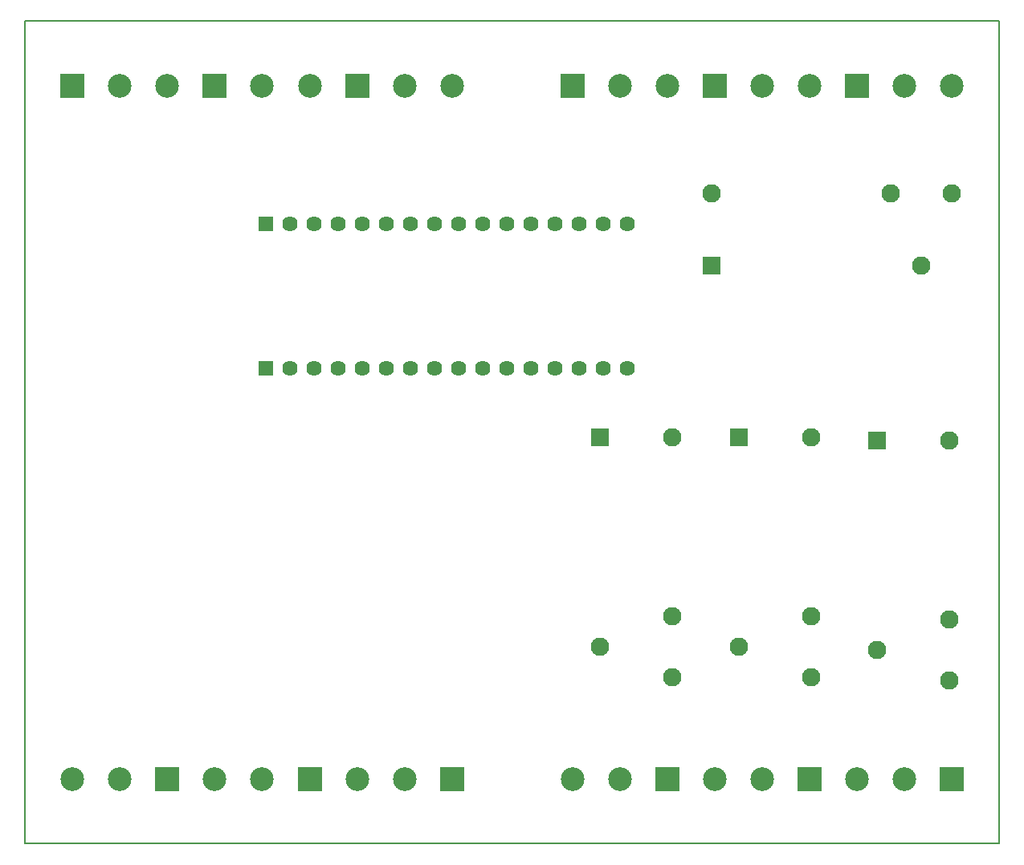
<source format=gbr>
%TF.GenerationSoftware,Novarm,DipTrace,3.0.0.2*%
%TF.CreationDate,2017-03-04T22:17:12+02:00*%
%FSLAX26Y26*%
%MOIN*%
%TF.FileFunction,Drawing,Bot*%
%TF.Part,Single*%
%ADD11C,0.005512*%
%TA.AperFunction,ComponentPad*%
%ADD35R,0.06378X0.06378*%
%ADD36C,0.06378*%
%ADD37R,0.098425X0.098425*%
%ADD38C,0.098425*%
%ADD39C,0.076772*%
%ADD40R,0.076772X0.076772*%
G75*
G01*
%LPD*%
D35*
X1394000Y2969000D3*
D36*
X1494000D3*
X1594000D3*
X1694000D3*
X1794000D3*
X1894000D3*
X1994000D3*
X2094000D3*
X2194000D3*
X2294000D3*
X2394000D3*
X2494000D3*
X2594000D3*
X2694000D3*
X2794000D3*
X2894000D3*
D35*
X1394000Y2369000D3*
D36*
X1494000D3*
X1594000D3*
X1694000D3*
X1794000D3*
X1894000D3*
X1994000D3*
X2094000D3*
X2194000D3*
X2294000D3*
X2394000D3*
X2494000D3*
X2594000D3*
X2694000D3*
X2794000D3*
X2894000D3*
D37*
X590850Y3543606D3*
D38*
X787701D3*
X984551D3*
D37*
X1181402D3*
D38*
X1378252D3*
X1575102D3*
D37*
X1771953D3*
D38*
X1968803D3*
X2165654D3*
D37*
X2665654D3*
D38*
X2862504D3*
X3059354D3*
D37*
X3256205D3*
D38*
X3453055D3*
X3649906D3*
D37*
X3846756D3*
D38*
X4043606D3*
X4240457D3*
D37*
X984551Y661717D3*
D38*
X787701D3*
X590850D3*
D37*
X1575102D3*
D38*
X1378252D3*
X1181402D3*
D37*
X2165654D3*
D38*
X1968803D3*
X1771953D3*
D37*
X3059354D3*
D38*
X2862504D3*
X2665654D3*
D37*
X3649906D3*
D38*
X3453055D3*
X3256205D3*
D37*
X4240457D3*
D38*
X4043606D3*
X3846756D3*
D39*
X3081500Y2081500D3*
D40*
X2781500D3*
D39*
X3081500Y1337406D3*
X2781500Y1211421D3*
X3081500Y1085437D3*
X3656500Y2081500D3*
D40*
X3356500D3*
D39*
X3656500Y1337406D3*
X3356500Y1211421D3*
X3656500Y1085437D3*
X4231500Y2069000D3*
D40*
X3931500D3*
D39*
X4231500Y1324906D3*
X3931500Y1198921D3*
X4231500Y1072937D3*
X3244000Y3094000D3*
D40*
Y2794000D3*
D39*
X3988094Y3094000D3*
X4114079Y2794000D3*
X4240063Y3094000D3*
X394000Y394000D2*
D11*
X4437307D1*
Y3811323D1*
X394000D1*
Y394000D1*
M02*

</source>
